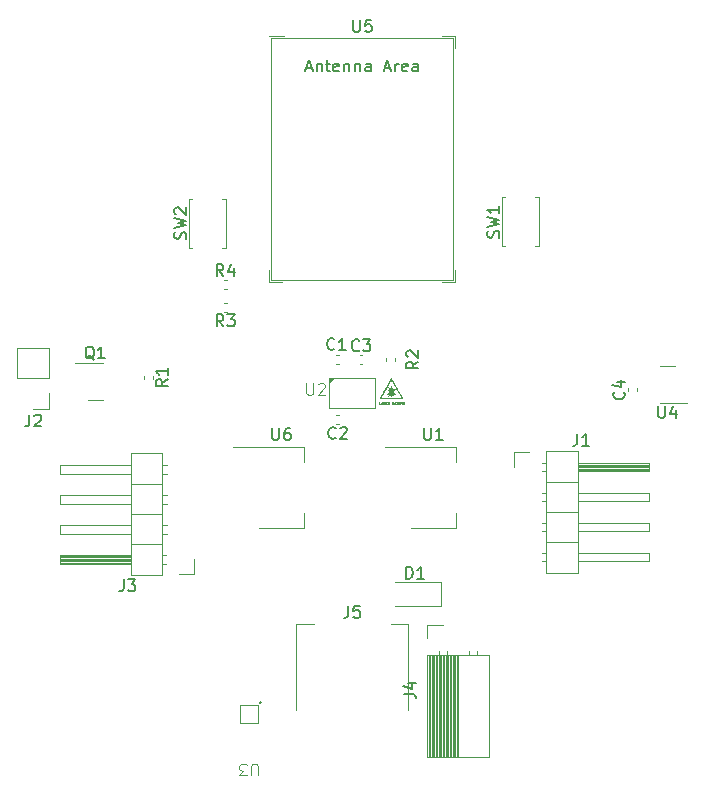
<source format=gbr>
%TF.GenerationSoftware,KiCad,Pcbnew,7.0.9-7.0.9~ubuntu22.04.1*%
%TF.CreationDate,2023-12-21T17:36:31+01:00*%
%TF.ProjectId,lidar 2 round,6c696461-7220-4322-9072-6f756e642e6b,rev?*%
%TF.SameCoordinates,Original*%
%TF.FileFunction,Legend,Top*%
%TF.FilePolarity,Positive*%
%FSLAX46Y46*%
G04 Gerber Fmt 4.6, Leading zero omitted, Abs format (unit mm)*
G04 Created by KiCad (PCBNEW 7.0.9-7.0.9~ubuntu22.04.1) date 2023-12-21 17:36:31*
%MOMM*%
%LPD*%
G01*
G04 APERTURE LIST*
%ADD10C,0.150000*%
%ADD11C,0.100000*%
%ADD12C,0.050000*%
%ADD13C,0.120000*%
%ADD14C,0.200000*%
G04 APERTURE END LIST*
D10*
X161994711Y-99896667D02*
X162042331Y-99944286D01*
X162042331Y-99944286D02*
X162089950Y-100087143D01*
X162089950Y-100087143D02*
X162089950Y-100182381D01*
X162089950Y-100182381D02*
X162042331Y-100325238D01*
X162042331Y-100325238D02*
X161947092Y-100420476D01*
X161947092Y-100420476D02*
X161851854Y-100468095D01*
X161851854Y-100468095D02*
X161661378Y-100515714D01*
X161661378Y-100515714D02*
X161518521Y-100515714D01*
X161518521Y-100515714D02*
X161328045Y-100468095D01*
X161328045Y-100468095D02*
X161232807Y-100420476D01*
X161232807Y-100420476D02*
X161137569Y-100325238D01*
X161137569Y-100325238D02*
X161089950Y-100182381D01*
X161089950Y-100182381D02*
X161089950Y-100087143D01*
X161089950Y-100087143D02*
X161137569Y-99944286D01*
X161137569Y-99944286D02*
X161185188Y-99896667D01*
X161423283Y-99039524D02*
X162089950Y-99039524D01*
X161042331Y-99277619D02*
X161756616Y-99515714D01*
X161756616Y-99515714D02*
X161756616Y-98896667D01*
X124907200Y-86933332D02*
X124954819Y-86790475D01*
X124954819Y-86790475D02*
X124954819Y-86552380D01*
X124954819Y-86552380D02*
X124907200Y-86457142D01*
X124907200Y-86457142D02*
X124859580Y-86409523D01*
X124859580Y-86409523D02*
X124764342Y-86361904D01*
X124764342Y-86361904D02*
X124669104Y-86361904D01*
X124669104Y-86361904D02*
X124573866Y-86409523D01*
X124573866Y-86409523D02*
X124526247Y-86457142D01*
X124526247Y-86457142D02*
X124478628Y-86552380D01*
X124478628Y-86552380D02*
X124431009Y-86742856D01*
X124431009Y-86742856D02*
X124383390Y-86838094D01*
X124383390Y-86838094D02*
X124335771Y-86885713D01*
X124335771Y-86885713D02*
X124240533Y-86933332D01*
X124240533Y-86933332D02*
X124145295Y-86933332D01*
X124145295Y-86933332D02*
X124050057Y-86885713D01*
X124050057Y-86885713D02*
X124002438Y-86838094D01*
X124002438Y-86838094D02*
X123954819Y-86742856D01*
X123954819Y-86742856D02*
X123954819Y-86504761D01*
X123954819Y-86504761D02*
X124002438Y-86361904D01*
X123954819Y-86028570D02*
X124954819Y-85790475D01*
X124954819Y-85790475D02*
X124240533Y-85599999D01*
X124240533Y-85599999D02*
X124954819Y-85409523D01*
X124954819Y-85409523D02*
X123954819Y-85171428D01*
X124050057Y-84838094D02*
X124002438Y-84790475D01*
X124002438Y-84790475D02*
X123954819Y-84695237D01*
X123954819Y-84695237D02*
X123954819Y-84457142D01*
X123954819Y-84457142D02*
X124002438Y-84361904D01*
X124002438Y-84361904D02*
X124050057Y-84314285D01*
X124050057Y-84314285D02*
X124145295Y-84266666D01*
X124145295Y-84266666D02*
X124240533Y-84266666D01*
X124240533Y-84266666D02*
X124383390Y-84314285D01*
X124383390Y-84314285D02*
X124954819Y-84885713D01*
X124954819Y-84885713D02*
X124954819Y-84266666D01*
X139088095Y-68404819D02*
X139088095Y-69214342D01*
X139088095Y-69214342D02*
X139135714Y-69309580D01*
X139135714Y-69309580D02*
X139183333Y-69357200D01*
X139183333Y-69357200D02*
X139278571Y-69404819D01*
X139278571Y-69404819D02*
X139469047Y-69404819D01*
X139469047Y-69404819D02*
X139564285Y-69357200D01*
X139564285Y-69357200D02*
X139611904Y-69309580D01*
X139611904Y-69309580D02*
X139659523Y-69214342D01*
X139659523Y-69214342D02*
X139659523Y-68404819D01*
X140611904Y-68404819D02*
X140135714Y-68404819D01*
X140135714Y-68404819D02*
X140088095Y-68881009D01*
X140088095Y-68881009D02*
X140135714Y-68833390D01*
X140135714Y-68833390D02*
X140230952Y-68785771D01*
X140230952Y-68785771D02*
X140469047Y-68785771D01*
X140469047Y-68785771D02*
X140564285Y-68833390D01*
X140564285Y-68833390D02*
X140611904Y-68881009D01*
X140611904Y-68881009D02*
X140659523Y-68976247D01*
X140659523Y-68976247D02*
X140659523Y-69214342D01*
X140659523Y-69214342D02*
X140611904Y-69309580D01*
X140611904Y-69309580D02*
X140564285Y-69357200D01*
X140564285Y-69357200D02*
X140469047Y-69404819D01*
X140469047Y-69404819D02*
X140230952Y-69404819D01*
X140230952Y-69404819D02*
X140135714Y-69357200D01*
X140135714Y-69357200D02*
X140088095Y-69309580D01*
X135088094Y-72469104D02*
X135564284Y-72469104D01*
X134992856Y-72754819D02*
X135326189Y-71754819D01*
X135326189Y-71754819D02*
X135659522Y-72754819D01*
X135992856Y-72088152D02*
X135992856Y-72754819D01*
X135992856Y-72183390D02*
X136040475Y-72135771D01*
X136040475Y-72135771D02*
X136135713Y-72088152D01*
X136135713Y-72088152D02*
X136278570Y-72088152D01*
X136278570Y-72088152D02*
X136373808Y-72135771D01*
X136373808Y-72135771D02*
X136421427Y-72231009D01*
X136421427Y-72231009D02*
X136421427Y-72754819D01*
X136754761Y-72088152D02*
X137135713Y-72088152D01*
X136897618Y-71754819D02*
X136897618Y-72611961D01*
X136897618Y-72611961D02*
X136945237Y-72707200D01*
X136945237Y-72707200D02*
X137040475Y-72754819D01*
X137040475Y-72754819D02*
X137135713Y-72754819D01*
X137849999Y-72707200D02*
X137754761Y-72754819D01*
X137754761Y-72754819D02*
X137564285Y-72754819D01*
X137564285Y-72754819D02*
X137469047Y-72707200D01*
X137469047Y-72707200D02*
X137421428Y-72611961D01*
X137421428Y-72611961D02*
X137421428Y-72231009D01*
X137421428Y-72231009D02*
X137469047Y-72135771D01*
X137469047Y-72135771D02*
X137564285Y-72088152D01*
X137564285Y-72088152D02*
X137754761Y-72088152D01*
X137754761Y-72088152D02*
X137849999Y-72135771D01*
X137849999Y-72135771D02*
X137897618Y-72231009D01*
X137897618Y-72231009D02*
X137897618Y-72326247D01*
X137897618Y-72326247D02*
X137421428Y-72421485D01*
X138326190Y-72088152D02*
X138326190Y-72754819D01*
X138326190Y-72183390D02*
X138373809Y-72135771D01*
X138373809Y-72135771D02*
X138469047Y-72088152D01*
X138469047Y-72088152D02*
X138611904Y-72088152D01*
X138611904Y-72088152D02*
X138707142Y-72135771D01*
X138707142Y-72135771D02*
X138754761Y-72231009D01*
X138754761Y-72231009D02*
X138754761Y-72754819D01*
X139230952Y-72088152D02*
X139230952Y-72754819D01*
X139230952Y-72183390D02*
X139278571Y-72135771D01*
X139278571Y-72135771D02*
X139373809Y-72088152D01*
X139373809Y-72088152D02*
X139516666Y-72088152D01*
X139516666Y-72088152D02*
X139611904Y-72135771D01*
X139611904Y-72135771D02*
X139659523Y-72231009D01*
X139659523Y-72231009D02*
X139659523Y-72754819D01*
X140564285Y-72754819D02*
X140564285Y-72231009D01*
X140564285Y-72231009D02*
X140516666Y-72135771D01*
X140516666Y-72135771D02*
X140421428Y-72088152D01*
X140421428Y-72088152D02*
X140230952Y-72088152D01*
X140230952Y-72088152D02*
X140135714Y-72135771D01*
X140564285Y-72707200D02*
X140469047Y-72754819D01*
X140469047Y-72754819D02*
X140230952Y-72754819D01*
X140230952Y-72754819D02*
X140135714Y-72707200D01*
X140135714Y-72707200D02*
X140088095Y-72611961D01*
X140088095Y-72611961D02*
X140088095Y-72516723D01*
X140088095Y-72516723D02*
X140135714Y-72421485D01*
X140135714Y-72421485D02*
X140230952Y-72373866D01*
X140230952Y-72373866D02*
X140469047Y-72373866D01*
X140469047Y-72373866D02*
X140564285Y-72326247D01*
X141754762Y-72469104D02*
X142230952Y-72469104D01*
X141659524Y-72754819D02*
X141992857Y-71754819D01*
X141992857Y-71754819D02*
X142326190Y-72754819D01*
X142659524Y-72754819D02*
X142659524Y-72088152D01*
X142659524Y-72278628D02*
X142707143Y-72183390D01*
X142707143Y-72183390D02*
X142754762Y-72135771D01*
X142754762Y-72135771D02*
X142850000Y-72088152D01*
X142850000Y-72088152D02*
X142945238Y-72088152D01*
X143659524Y-72707200D02*
X143564286Y-72754819D01*
X143564286Y-72754819D02*
X143373810Y-72754819D01*
X143373810Y-72754819D02*
X143278572Y-72707200D01*
X143278572Y-72707200D02*
X143230953Y-72611961D01*
X143230953Y-72611961D02*
X143230953Y-72231009D01*
X143230953Y-72231009D02*
X143278572Y-72135771D01*
X143278572Y-72135771D02*
X143373810Y-72088152D01*
X143373810Y-72088152D02*
X143564286Y-72088152D01*
X143564286Y-72088152D02*
X143659524Y-72135771D01*
X143659524Y-72135771D02*
X143707143Y-72231009D01*
X143707143Y-72231009D02*
X143707143Y-72326247D01*
X143707143Y-72326247D02*
X143230953Y-72421485D01*
X144564286Y-72754819D02*
X144564286Y-72231009D01*
X144564286Y-72231009D02*
X144516667Y-72135771D01*
X144516667Y-72135771D02*
X144421429Y-72088152D01*
X144421429Y-72088152D02*
X144230953Y-72088152D01*
X144230953Y-72088152D02*
X144135715Y-72135771D01*
X144564286Y-72707200D02*
X144469048Y-72754819D01*
X144469048Y-72754819D02*
X144230953Y-72754819D01*
X144230953Y-72754819D02*
X144135715Y-72707200D01*
X144135715Y-72707200D02*
X144088096Y-72611961D01*
X144088096Y-72611961D02*
X144088096Y-72516723D01*
X144088096Y-72516723D02*
X144135715Y-72421485D01*
X144135715Y-72421485D02*
X144230953Y-72373866D01*
X144230953Y-72373866D02*
X144469048Y-72373866D01*
X144469048Y-72373866D02*
X144564286Y-72326247D01*
X143394819Y-125463333D02*
X144109104Y-125463333D01*
X144109104Y-125463333D02*
X144251961Y-125510952D01*
X144251961Y-125510952D02*
X144347200Y-125606190D01*
X144347200Y-125606190D02*
X144394819Y-125749047D01*
X144394819Y-125749047D02*
X144394819Y-125844285D01*
X143728152Y-124558571D02*
X144394819Y-124558571D01*
X143347200Y-124796666D02*
X144061485Y-125034761D01*
X144061485Y-125034761D02*
X144061485Y-124415714D01*
X164925595Y-101104819D02*
X164925595Y-101914342D01*
X164925595Y-101914342D02*
X164973214Y-102009580D01*
X164973214Y-102009580D02*
X165020833Y-102057200D01*
X165020833Y-102057200D02*
X165116071Y-102104819D01*
X165116071Y-102104819D02*
X165306547Y-102104819D01*
X165306547Y-102104819D02*
X165401785Y-102057200D01*
X165401785Y-102057200D02*
X165449404Y-102009580D01*
X165449404Y-102009580D02*
X165497023Y-101914342D01*
X165497023Y-101914342D02*
X165497023Y-101104819D01*
X166401785Y-101438152D02*
X166401785Y-102104819D01*
X166163690Y-101057200D02*
X165925595Y-101771485D01*
X165925595Y-101771485D02*
X166544642Y-101771485D01*
X119656666Y-115774819D02*
X119656666Y-116489104D01*
X119656666Y-116489104D02*
X119609047Y-116631961D01*
X119609047Y-116631961D02*
X119513809Y-116727200D01*
X119513809Y-116727200D02*
X119370952Y-116774819D01*
X119370952Y-116774819D02*
X119275714Y-116774819D01*
X120037619Y-115774819D02*
X120656666Y-115774819D01*
X120656666Y-115774819D02*
X120323333Y-116155771D01*
X120323333Y-116155771D02*
X120466190Y-116155771D01*
X120466190Y-116155771D02*
X120561428Y-116203390D01*
X120561428Y-116203390D02*
X120609047Y-116251009D01*
X120609047Y-116251009D02*
X120656666Y-116346247D01*
X120656666Y-116346247D02*
X120656666Y-116584342D01*
X120656666Y-116584342D02*
X120609047Y-116679580D01*
X120609047Y-116679580D02*
X120561428Y-116727200D01*
X120561428Y-116727200D02*
X120466190Y-116774819D01*
X120466190Y-116774819D02*
X120180476Y-116774819D01*
X120180476Y-116774819D02*
X120085238Y-116727200D01*
X120085238Y-116727200D02*
X120037619Y-116679580D01*
X128103333Y-94334819D02*
X127770000Y-93858628D01*
X127531905Y-94334819D02*
X127531905Y-93334819D01*
X127531905Y-93334819D02*
X127912857Y-93334819D01*
X127912857Y-93334819D02*
X128008095Y-93382438D01*
X128008095Y-93382438D02*
X128055714Y-93430057D01*
X128055714Y-93430057D02*
X128103333Y-93525295D01*
X128103333Y-93525295D02*
X128103333Y-93668152D01*
X128103333Y-93668152D02*
X128055714Y-93763390D01*
X128055714Y-93763390D02*
X128008095Y-93811009D01*
X128008095Y-93811009D02*
X127912857Y-93858628D01*
X127912857Y-93858628D02*
X127531905Y-93858628D01*
X128436667Y-93334819D02*
X129055714Y-93334819D01*
X129055714Y-93334819D02*
X128722381Y-93715771D01*
X128722381Y-93715771D02*
X128865238Y-93715771D01*
X128865238Y-93715771D02*
X128960476Y-93763390D01*
X128960476Y-93763390D02*
X129008095Y-93811009D01*
X129008095Y-93811009D02*
X129055714Y-93906247D01*
X129055714Y-93906247D02*
X129055714Y-94144342D01*
X129055714Y-94144342D02*
X129008095Y-94239580D01*
X129008095Y-94239580D02*
X128960476Y-94287200D01*
X128960476Y-94287200D02*
X128865238Y-94334819D01*
X128865238Y-94334819D02*
X128579524Y-94334819D01*
X128579524Y-94334819D02*
X128484286Y-94287200D01*
X128484286Y-94287200D02*
X128436667Y-94239580D01*
X111666666Y-101809819D02*
X111666666Y-102524104D01*
X111666666Y-102524104D02*
X111619047Y-102666961D01*
X111619047Y-102666961D02*
X111523809Y-102762200D01*
X111523809Y-102762200D02*
X111380952Y-102809819D01*
X111380952Y-102809819D02*
X111285714Y-102809819D01*
X112095238Y-101905057D02*
X112142857Y-101857438D01*
X112142857Y-101857438D02*
X112238095Y-101809819D01*
X112238095Y-101809819D02*
X112476190Y-101809819D01*
X112476190Y-101809819D02*
X112571428Y-101857438D01*
X112571428Y-101857438D02*
X112619047Y-101905057D01*
X112619047Y-101905057D02*
X112666666Y-102000295D01*
X112666666Y-102000295D02*
X112666666Y-102095533D01*
X112666666Y-102095533D02*
X112619047Y-102238390D01*
X112619047Y-102238390D02*
X112047619Y-102809819D01*
X112047619Y-102809819D02*
X112666666Y-102809819D01*
D11*
X131029626Y-132368728D02*
X131029626Y-131559205D01*
X131029626Y-131559205D02*
X130982007Y-131463967D01*
X130982007Y-131463967D02*
X130934388Y-131416348D01*
X130934388Y-131416348D02*
X130839150Y-131368728D01*
X130839150Y-131368728D02*
X130648674Y-131368728D01*
X130648674Y-131368728D02*
X130553436Y-131416348D01*
X130553436Y-131416348D02*
X130505817Y-131463967D01*
X130505817Y-131463967D02*
X130458198Y-131559205D01*
X130458198Y-131559205D02*
X130458198Y-132368728D01*
X130077245Y-132368728D02*
X129458198Y-132368728D01*
X129458198Y-132368728D02*
X129791531Y-131987776D01*
X129791531Y-131987776D02*
X129648674Y-131987776D01*
X129648674Y-131987776D02*
X129553436Y-131940157D01*
X129553436Y-131940157D02*
X129505817Y-131892538D01*
X129505817Y-131892538D02*
X129458198Y-131797300D01*
X129458198Y-131797300D02*
X129458198Y-131559205D01*
X129458198Y-131559205D02*
X129505817Y-131463967D01*
X129505817Y-131463967D02*
X129553436Y-131416348D01*
X129553436Y-131416348D02*
X129648674Y-131368728D01*
X129648674Y-131368728D02*
X129934388Y-131368728D01*
X129934388Y-131368728D02*
X130029626Y-131416348D01*
X130029626Y-131416348D02*
X130077245Y-131463967D01*
D10*
X117154761Y-97150057D02*
X117059523Y-97102438D01*
X117059523Y-97102438D02*
X116964285Y-97007200D01*
X116964285Y-97007200D02*
X116821428Y-96864342D01*
X116821428Y-96864342D02*
X116726190Y-96816723D01*
X116726190Y-96816723D02*
X116630952Y-96816723D01*
X116678571Y-97054819D02*
X116583333Y-97007200D01*
X116583333Y-97007200D02*
X116488095Y-96911961D01*
X116488095Y-96911961D02*
X116440476Y-96721485D01*
X116440476Y-96721485D02*
X116440476Y-96388152D01*
X116440476Y-96388152D02*
X116488095Y-96197676D01*
X116488095Y-96197676D02*
X116583333Y-96102438D01*
X116583333Y-96102438D02*
X116678571Y-96054819D01*
X116678571Y-96054819D02*
X116869047Y-96054819D01*
X116869047Y-96054819D02*
X116964285Y-96102438D01*
X116964285Y-96102438D02*
X117059523Y-96197676D01*
X117059523Y-96197676D02*
X117107142Y-96388152D01*
X117107142Y-96388152D02*
X117107142Y-96721485D01*
X117107142Y-96721485D02*
X117059523Y-96911961D01*
X117059523Y-96911961D02*
X116964285Y-97007200D01*
X116964285Y-97007200D02*
X116869047Y-97054819D01*
X116869047Y-97054819D02*
X116678571Y-97054819D01*
X118059523Y-97054819D02*
X117488095Y-97054819D01*
X117773809Y-97054819D02*
X117773809Y-96054819D01*
X117773809Y-96054819D02*
X117678571Y-96197676D01*
X117678571Y-96197676D02*
X117583333Y-96292914D01*
X117583333Y-96292914D02*
X117488095Y-96340533D01*
X138676666Y-118004819D02*
X138676666Y-118719104D01*
X138676666Y-118719104D02*
X138629047Y-118861961D01*
X138629047Y-118861961D02*
X138533809Y-118957200D01*
X138533809Y-118957200D02*
X138390952Y-119004819D01*
X138390952Y-119004819D02*
X138295714Y-119004819D01*
X139629047Y-118004819D02*
X139152857Y-118004819D01*
X139152857Y-118004819D02*
X139105238Y-118481009D01*
X139105238Y-118481009D02*
X139152857Y-118433390D01*
X139152857Y-118433390D02*
X139248095Y-118385771D01*
X139248095Y-118385771D02*
X139486190Y-118385771D01*
X139486190Y-118385771D02*
X139581428Y-118433390D01*
X139581428Y-118433390D02*
X139629047Y-118481009D01*
X139629047Y-118481009D02*
X139676666Y-118576247D01*
X139676666Y-118576247D02*
X139676666Y-118814342D01*
X139676666Y-118814342D02*
X139629047Y-118909580D01*
X139629047Y-118909580D02*
X139581428Y-118957200D01*
X139581428Y-118957200D02*
X139486190Y-119004819D01*
X139486190Y-119004819D02*
X139248095Y-119004819D01*
X139248095Y-119004819D02*
X139152857Y-118957200D01*
X139152857Y-118957200D02*
X139105238Y-118909580D01*
X158051666Y-103434819D02*
X158051666Y-104149104D01*
X158051666Y-104149104D02*
X158004047Y-104291961D01*
X158004047Y-104291961D02*
X157908809Y-104387200D01*
X157908809Y-104387200D02*
X157765952Y-104434819D01*
X157765952Y-104434819D02*
X157670714Y-104434819D01*
X159051666Y-104434819D02*
X158480238Y-104434819D01*
X158765952Y-104434819D02*
X158765952Y-103434819D01*
X158765952Y-103434819D02*
X158670714Y-103577676D01*
X158670714Y-103577676D02*
X158575476Y-103672914D01*
X158575476Y-103672914D02*
X158480238Y-103720533D01*
X143562336Y-115692252D02*
X143562336Y-114692252D01*
X143562336Y-114692252D02*
X143800431Y-114692252D01*
X143800431Y-114692252D02*
X143943288Y-114739871D01*
X143943288Y-114739871D02*
X144038526Y-114835109D01*
X144038526Y-114835109D02*
X144086145Y-114930347D01*
X144086145Y-114930347D02*
X144133764Y-115120823D01*
X144133764Y-115120823D02*
X144133764Y-115263680D01*
X144133764Y-115263680D02*
X144086145Y-115454156D01*
X144086145Y-115454156D02*
X144038526Y-115549394D01*
X144038526Y-115549394D02*
X143943288Y-115644633D01*
X143943288Y-115644633D02*
X143800431Y-115692252D01*
X143800431Y-115692252D02*
X143562336Y-115692252D01*
X145086145Y-115692252D02*
X144514717Y-115692252D01*
X144800431Y-115692252D02*
X144800431Y-114692252D01*
X144800431Y-114692252D02*
X144705193Y-114835109D01*
X144705193Y-114835109D02*
X144609955Y-114930347D01*
X144609955Y-114930347D02*
X144514717Y-114977966D01*
X132238095Y-102954819D02*
X132238095Y-103764342D01*
X132238095Y-103764342D02*
X132285714Y-103859580D01*
X132285714Y-103859580D02*
X132333333Y-103907200D01*
X132333333Y-103907200D02*
X132428571Y-103954819D01*
X132428571Y-103954819D02*
X132619047Y-103954819D01*
X132619047Y-103954819D02*
X132714285Y-103907200D01*
X132714285Y-103907200D02*
X132761904Y-103859580D01*
X132761904Y-103859580D02*
X132809523Y-103764342D01*
X132809523Y-103764342D02*
X132809523Y-102954819D01*
X133714285Y-102954819D02*
X133523809Y-102954819D01*
X133523809Y-102954819D02*
X133428571Y-103002438D01*
X133428571Y-103002438D02*
X133380952Y-103050057D01*
X133380952Y-103050057D02*
X133285714Y-103192914D01*
X133285714Y-103192914D02*
X133238095Y-103383390D01*
X133238095Y-103383390D02*
X133238095Y-103764342D01*
X133238095Y-103764342D02*
X133285714Y-103859580D01*
X133285714Y-103859580D02*
X133333333Y-103907200D01*
X133333333Y-103907200D02*
X133428571Y-103954819D01*
X133428571Y-103954819D02*
X133619047Y-103954819D01*
X133619047Y-103954819D02*
X133714285Y-103907200D01*
X133714285Y-103907200D02*
X133761904Y-103859580D01*
X133761904Y-103859580D02*
X133809523Y-103764342D01*
X133809523Y-103764342D02*
X133809523Y-103526247D01*
X133809523Y-103526247D02*
X133761904Y-103431009D01*
X133761904Y-103431009D02*
X133714285Y-103383390D01*
X133714285Y-103383390D02*
X133619047Y-103335771D01*
X133619047Y-103335771D02*
X133428571Y-103335771D01*
X133428571Y-103335771D02*
X133333333Y-103383390D01*
X133333333Y-103383390D02*
X133285714Y-103431009D01*
X133285714Y-103431009D02*
X133238095Y-103526247D01*
X128103333Y-90089819D02*
X127770000Y-89613628D01*
X127531905Y-90089819D02*
X127531905Y-89089819D01*
X127531905Y-89089819D02*
X127912857Y-89089819D01*
X127912857Y-89089819D02*
X128008095Y-89137438D01*
X128008095Y-89137438D02*
X128055714Y-89185057D01*
X128055714Y-89185057D02*
X128103333Y-89280295D01*
X128103333Y-89280295D02*
X128103333Y-89423152D01*
X128103333Y-89423152D02*
X128055714Y-89518390D01*
X128055714Y-89518390D02*
X128008095Y-89566009D01*
X128008095Y-89566009D02*
X127912857Y-89613628D01*
X127912857Y-89613628D02*
X127531905Y-89613628D01*
X128960476Y-89423152D02*
X128960476Y-90089819D01*
X128722381Y-89042200D02*
X128484286Y-89756485D01*
X128484286Y-89756485D02*
X129103333Y-89756485D01*
X144599819Y-97321666D02*
X144123628Y-97654999D01*
X144599819Y-97893094D02*
X143599819Y-97893094D01*
X143599819Y-97893094D02*
X143599819Y-97512142D01*
X143599819Y-97512142D02*
X143647438Y-97416904D01*
X143647438Y-97416904D02*
X143695057Y-97369285D01*
X143695057Y-97369285D02*
X143790295Y-97321666D01*
X143790295Y-97321666D02*
X143933152Y-97321666D01*
X143933152Y-97321666D02*
X144028390Y-97369285D01*
X144028390Y-97369285D02*
X144076009Y-97416904D01*
X144076009Y-97416904D02*
X144123628Y-97512142D01*
X144123628Y-97512142D02*
X144123628Y-97893094D01*
X143695057Y-96940713D02*
X143647438Y-96893094D01*
X143647438Y-96893094D02*
X143599819Y-96797856D01*
X143599819Y-96797856D02*
X143599819Y-96559761D01*
X143599819Y-96559761D02*
X143647438Y-96464523D01*
X143647438Y-96464523D02*
X143695057Y-96416904D01*
X143695057Y-96416904D02*
X143790295Y-96369285D01*
X143790295Y-96369285D02*
X143885533Y-96369285D01*
X143885533Y-96369285D02*
X144028390Y-96416904D01*
X144028390Y-96416904D02*
X144599819Y-96988332D01*
X144599819Y-96988332D02*
X144599819Y-96369285D01*
D11*
X135128095Y-99152419D02*
X135128095Y-99961942D01*
X135128095Y-99961942D02*
X135175714Y-100057180D01*
X135175714Y-100057180D02*
X135223333Y-100104800D01*
X135223333Y-100104800D02*
X135318571Y-100152419D01*
X135318571Y-100152419D02*
X135509047Y-100152419D01*
X135509047Y-100152419D02*
X135604285Y-100104800D01*
X135604285Y-100104800D02*
X135651904Y-100057180D01*
X135651904Y-100057180D02*
X135699523Y-99961942D01*
X135699523Y-99961942D02*
X135699523Y-99152419D01*
X136128095Y-99247657D02*
X136175714Y-99200038D01*
X136175714Y-99200038D02*
X136270952Y-99152419D01*
X136270952Y-99152419D02*
X136509047Y-99152419D01*
X136509047Y-99152419D02*
X136604285Y-99200038D01*
X136604285Y-99200038D02*
X136651904Y-99247657D01*
X136651904Y-99247657D02*
X136699523Y-99342895D01*
X136699523Y-99342895D02*
X136699523Y-99438133D01*
X136699523Y-99438133D02*
X136651904Y-99580990D01*
X136651904Y-99580990D02*
X136080476Y-100152419D01*
X136080476Y-100152419D02*
X136699523Y-100152419D01*
D12*
X141390274Y-100957100D02*
X141295036Y-100957100D01*
X141295036Y-100957100D02*
X141295036Y-100757100D01*
X141447417Y-100899957D02*
X141542655Y-100899957D01*
X141428369Y-100957100D02*
X141495036Y-100757100D01*
X141495036Y-100757100D02*
X141561702Y-100957100D01*
X141618846Y-100947577D02*
X141647417Y-100957100D01*
X141647417Y-100957100D02*
X141695036Y-100957100D01*
X141695036Y-100957100D02*
X141714084Y-100947577D01*
X141714084Y-100947577D02*
X141723608Y-100938053D01*
X141723608Y-100938053D02*
X141733131Y-100919005D01*
X141733131Y-100919005D02*
X141733131Y-100899957D01*
X141733131Y-100899957D02*
X141723608Y-100880910D01*
X141723608Y-100880910D02*
X141714084Y-100871386D01*
X141714084Y-100871386D02*
X141695036Y-100861862D01*
X141695036Y-100861862D02*
X141656941Y-100852338D01*
X141656941Y-100852338D02*
X141637893Y-100842815D01*
X141637893Y-100842815D02*
X141628370Y-100833291D01*
X141628370Y-100833291D02*
X141618846Y-100814243D01*
X141618846Y-100814243D02*
X141618846Y-100795196D01*
X141618846Y-100795196D02*
X141628370Y-100776148D01*
X141628370Y-100776148D02*
X141637893Y-100766624D01*
X141637893Y-100766624D02*
X141656941Y-100757100D01*
X141656941Y-100757100D02*
X141704560Y-100757100D01*
X141704560Y-100757100D02*
X141733131Y-100766624D01*
X141818846Y-100852338D02*
X141885512Y-100852338D01*
X141914084Y-100957100D02*
X141818846Y-100957100D01*
X141818846Y-100957100D02*
X141818846Y-100757100D01*
X141818846Y-100757100D02*
X141914084Y-100757100D01*
X142114083Y-100957100D02*
X142047417Y-100861862D01*
X141999798Y-100957100D02*
X141999798Y-100757100D01*
X141999798Y-100757100D02*
X142075988Y-100757100D01*
X142075988Y-100757100D02*
X142095036Y-100766624D01*
X142095036Y-100766624D02*
X142104559Y-100776148D01*
X142104559Y-100776148D02*
X142114083Y-100795196D01*
X142114083Y-100795196D02*
X142114083Y-100823767D01*
X142114083Y-100823767D02*
X142104559Y-100842815D01*
X142104559Y-100842815D02*
X142095036Y-100852338D01*
X142095036Y-100852338D02*
X142075988Y-100861862D01*
X142075988Y-100861862D02*
X141999798Y-100861862D01*
X142352179Y-100957100D02*
X142352179Y-100757100D01*
X142352179Y-100852338D02*
X142466464Y-100852338D01*
X142466464Y-100957100D02*
X142466464Y-100757100D01*
X142552179Y-100899957D02*
X142647417Y-100899957D01*
X142533131Y-100957100D02*
X142599798Y-100757100D01*
X142599798Y-100757100D02*
X142666464Y-100957100D01*
X142714084Y-100757100D02*
X142847417Y-100757100D01*
X142847417Y-100757100D02*
X142714084Y-100957100D01*
X142714084Y-100957100D02*
X142847417Y-100957100D01*
X142914084Y-100899957D02*
X143009322Y-100899957D01*
X142895036Y-100957100D02*
X142961703Y-100757100D01*
X142961703Y-100757100D02*
X143028369Y-100957100D01*
X143209322Y-100957100D02*
X143142656Y-100861862D01*
X143095037Y-100957100D02*
X143095037Y-100757100D01*
X143095037Y-100757100D02*
X143171227Y-100757100D01*
X143171227Y-100757100D02*
X143190275Y-100766624D01*
X143190275Y-100766624D02*
X143199798Y-100776148D01*
X143199798Y-100776148D02*
X143209322Y-100795196D01*
X143209322Y-100795196D02*
X143209322Y-100823767D01*
X143209322Y-100823767D02*
X143199798Y-100842815D01*
X143199798Y-100842815D02*
X143190275Y-100852338D01*
X143190275Y-100852338D02*
X143171227Y-100861862D01*
X143171227Y-100861862D02*
X143095037Y-100861862D01*
X143295037Y-100957100D02*
X143295037Y-100757100D01*
X143295037Y-100757100D02*
X143342656Y-100757100D01*
X143342656Y-100757100D02*
X143371227Y-100766624D01*
X143371227Y-100766624D02*
X143390275Y-100785672D01*
X143390275Y-100785672D02*
X143399798Y-100804719D01*
X143399798Y-100804719D02*
X143409322Y-100842815D01*
X143409322Y-100842815D02*
X143409322Y-100871386D01*
X143409322Y-100871386D02*
X143399798Y-100909481D01*
X143399798Y-100909481D02*
X143390275Y-100928529D01*
X143390275Y-100928529D02*
X143371227Y-100947577D01*
X143371227Y-100947577D02*
X143342656Y-100957100D01*
X143342656Y-100957100D02*
X143295037Y-100957100D01*
D10*
X123374819Y-98829166D02*
X122898628Y-99162499D01*
X123374819Y-99400594D02*
X122374819Y-99400594D01*
X122374819Y-99400594D02*
X122374819Y-99019642D01*
X122374819Y-99019642D02*
X122422438Y-98924404D01*
X122422438Y-98924404D02*
X122470057Y-98876785D01*
X122470057Y-98876785D02*
X122565295Y-98829166D01*
X122565295Y-98829166D02*
X122708152Y-98829166D01*
X122708152Y-98829166D02*
X122803390Y-98876785D01*
X122803390Y-98876785D02*
X122851009Y-98924404D01*
X122851009Y-98924404D02*
X122898628Y-99019642D01*
X122898628Y-99019642D02*
X122898628Y-99400594D01*
X123374819Y-97876785D02*
X123374819Y-98448213D01*
X123374819Y-98162499D02*
X122374819Y-98162499D01*
X122374819Y-98162499D02*
X122517676Y-98257737D01*
X122517676Y-98257737D02*
X122612914Y-98352975D01*
X122612914Y-98352975D02*
X122660533Y-98448213D01*
X137494103Y-96248971D02*
X137446484Y-96296591D01*
X137446484Y-96296591D02*
X137303627Y-96344210D01*
X137303627Y-96344210D02*
X137208389Y-96344210D01*
X137208389Y-96344210D02*
X137065532Y-96296591D01*
X137065532Y-96296591D02*
X136970294Y-96201352D01*
X136970294Y-96201352D02*
X136922675Y-96106114D01*
X136922675Y-96106114D02*
X136875056Y-95915638D01*
X136875056Y-95915638D02*
X136875056Y-95772781D01*
X136875056Y-95772781D02*
X136922675Y-95582305D01*
X136922675Y-95582305D02*
X136970294Y-95487067D01*
X136970294Y-95487067D02*
X137065532Y-95391829D01*
X137065532Y-95391829D02*
X137208389Y-95344210D01*
X137208389Y-95344210D02*
X137303627Y-95344210D01*
X137303627Y-95344210D02*
X137446484Y-95391829D01*
X137446484Y-95391829D02*
X137494103Y-95439448D01*
X138446484Y-96344210D02*
X137875056Y-96344210D01*
X138160770Y-96344210D02*
X138160770Y-95344210D01*
X138160770Y-95344210D02*
X138065532Y-95487067D01*
X138065532Y-95487067D02*
X137970294Y-95582305D01*
X137970294Y-95582305D02*
X137875056Y-95629924D01*
X145088095Y-102954819D02*
X145088095Y-103764342D01*
X145088095Y-103764342D02*
X145135714Y-103859580D01*
X145135714Y-103859580D02*
X145183333Y-103907200D01*
X145183333Y-103907200D02*
X145278571Y-103954819D01*
X145278571Y-103954819D02*
X145469047Y-103954819D01*
X145469047Y-103954819D02*
X145564285Y-103907200D01*
X145564285Y-103907200D02*
X145611904Y-103859580D01*
X145611904Y-103859580D02*
X145659523Y-103764342D01*
X145659523Y-103764342D02*
X145659523Y-102954819D01*
X146659523Y-103954819D02*
X146088095Y-103954819D01*
X146373809Y-103954819D02*
X146373809Y-102954819D01*
X146373809Y-102954819D02*
X146278571Y-103097676D01*
X146278571Y-103097676D02*
X146183333Y-103192914D01*
X146183333Y-103192914D02*
X146088095Y-103240533D01*
X151407200Y-86833332D02*
X151454819Y-86690475D01*
X151454819Y-86690475D02*
X151454819Y-86452380D01*
X151454819Y-86452380D02*
X151407200Y-86357142D01*
X151407200Y-86357142D02*
X151359580Y-86309523D01*
X151359580Y-86309523D02*
X151264342Y-86261904D01*
X151264342Y-86261904D02*
X151169104Y-86261904D01*
X151169104Y-86261904D02*
X151073866Y-86309523D01*
X151073866Y-86309523D02*
X151026247Y-86357142D01*
X151026247Y-86357142D02*
X150978628Y-86452380D01*
X150978628Y-86452380D02*
X150931009Y-86642856D01*
X150931009Y-86642856D02*
X150883390Y-86738094D01*
X150883390Y-86738094D02*
X150835771Y-86785713D01*
X150835771Y-86785713D02*
X150740533Y-86833332D01*
X150740533Y-86833332D02*
X150645295Y-86833332D01*
X150645295Y-86833332D02*
X150550057Y-86785713D01*
X150550057Y-86785713D02*
X150502438Y-86738094D01*
X150502438Y-86738094D02*
X150454819Y-86642856D01*
X150454819Y-86642856D02*
X150454819Y-86404761D01*
X150454819Y-86404761D02*
X150502438Y-86261904D01*
X150454819Y-85928570D02*
X151454819Y-85690475D01*
X151454819Y-85690475D02*
X150740533Y-85499999D01*
X150740533Y-85499999D02*
X151454819Y-85309523D01*
X151454819Y-85309523D02*
X150454819Y-85071428D01*
X151454819Y-84166666D02*
X151454819Y-84738094D01*
X151454819Y-84452380D02*
X150454819Y-84452380D01*
X150454819Y-84452380D02*
X150597676Y-84547618D01*
X150597676Y-84547618D02*
X150692914Y-84642856D01*
X150692914Y-84642856D02*
X150740533Y-84738094D01*
X139603333Y-96354580D02*
X139555714Y-96402200D01*
X139555714Y-96402200D02*
X139412857Y-96449819D01*
X139412857Y-96449819D02*
X139317619Y-96449819D01*
X139317619Y-96449819D02*
X139174762Y-96402200D01*
X139174762Y-96402200D02*
X139079524Y-96306961D01*
X139079524Y-96306961D02*
X139031905Y-96211723D01*
X139031905Y-96211723D02*
X138984286Y-96021247D01*
X138984286Y-96021247D02*
X138984286Y-95878390D01*
X138984286Y-95878390D02*
X139031905Y-95687914D01*
X139031905Y-95687914D02*
X139079524Y-95592676D01*
X139079524Y-95592676D02*
X139174762Y-95497438D01*
X139174762Y-95497438D02*
X139317619Y-95449819D01*
X139317619Y-95449819D02*
X139412857Y-95449819D01*
X139412857Y-95449819D02*
X139555714Y-95497438D01*
X139555714Y-95497438D02*
X139603333Y-95545057D01*
X139936667Y-95449819D02*
X140555714Y-95449819D01*
X140555714Y-95449819D02*
X140222381Y-95830771D01*
X140222381Y-95830771D02*
X140365238Y-95830771D01*
X140365238Y-95830771D02*
X140460476Y-95878390D01*
X140460476Y-95878390D02*
X140508095Y-95926009D01*
X140508095Y-95926009D02*
X140555714Y-96021247D01*
X140555714Y-96021247D02*
X140555714Y-96259342D01*
X140555714Y-96259342D02*
X140508095Y-96354580D01*
X140508095Y-96354580D02*
X140460476Y-96402200D01*
X140460476Y-96402200D02*
X140365238Y-96449819D01*
X140365238Y-96449819D02*
X140079524Y-96449819D01*
X140079524Y-96449819D02*
X139984286Y-96402200D01*
X139984286Y-96402200D02*
X139936667Y-96354580D01*
X137603333Y-103769580D02*
X137555714Y-103817200D01*
X137555714Y-103817200D02*
X137412857Y-103864819D01*
X137412857Y-103864819D02*
X137317619Y-103864819D01*
X137317619Y-103864819D02*
X137174762Y-103817200D01*
X137174762Y-103817200D02*
X137079524Y-103721961D01*
X137079524Y-103721961D02*
X137031905Y-103626723D01*
X137031905Y-103626723D02*
X136984286Y-103436247D01*
X136984286Y-103436247D02*
X136984286Y-103293390D01*
X136984286Y-103293390D02*
X137031905Y-103102914D01*
X137031905Y-103102914D02*
X137079524Y-103007676D01*
X137079524Y-103007676D02*
X137174762Y-102912438D01*
X137174762Y-102912438D02*
X137317619Y-102864819D01*
X137317619Y-102864819D02*
X137412857Y-102864819D01*
X137412857Y-102864819D02*
X137555714Y-102912438D01*
X137555714Y-102912438D02*
X137603333Y-102960057D01*
X137984286Y-102960057D02*
X138031905Y-102912438D01*
X138031905Y-102912438D02*
X138127143Y-102864819D01*
X138127143Y-102864819D02*
X138365238Y-102864819D01*
X138365238Y-102864819D02*
X138460476Y-102912438D01*
X138460476Y-102912438D02*
X138508095Y-102960057D01*
X138508095Y-102960057D02*
X138555714Y-103055295D01*
X138555714Y-103055295D02*
X138555714Y-103150533D01*
X138555714Y-103150533D02*
X138508095Y-103293390D01*
X138508095Y-103293390D02*
X137936667Y-103864819D01*
X137936667Y-103864819D02*
X138555714Y-103864819D01*
D13*
%TO.C,C4*%
X163110000Y-99587164D02*
X163110000Y-99802836D01*
X162390000Y-99587164D02*
X162390000Y-99802836D01*
%TO.C,SW2*%
X125180000Y-87670000D02*
X125180000Y-83530000D01*
X125480000Y-87670000D02*
X125180000Y-87670000D01*
X128320000Y-87670000D02*
X128020000Y-87670000D01*
X125180000Y-83530000D02*
X125480000Y-83530000D01*
X128020000Y-83530000D02*
X128320000Y-83530000D01*
X128320000Y-83530000D02*
X128320000Y-87670000D01*
%TO.C,U5*%
X132000000Y-90600000D02*
X132000000Y-89550000D01*
X132150000Y-69950000D02*
X132150000Y-75050000D01*
X132150000Y-69950000D02*
X147550000Y-69950000D01*
X132150000Y-90450000D02*
X132150000Y-75050000D01*
X133050000Y-90600000D02*
X132000000Y-90600000D01*
X133200000Y-69800000D02*
X132000000Y-69800000D01*
X146650000Y-69800000D02*
X147700000Y-69800000D01*
X146650000Y-90600000D02*
X147700000Y-90600000D01*
X147550000Y-69950000D02*
X147550000Y-75050000D01*
X147550000Y-75050000D02*
X147550000Y-90450000D01*
X147550000Y-90450000D02*
X132150000Y-90450000D01*
X147700000Y-69800000D02*
X147700000Y-70800000D01*
X147700000Y-90600000D02*
X147700000Y-89550000D01*
%TO.C,J4*%
X145380000Y-130840000D02*
X150580000Y-130840000D01*
X145380000Y-130840000D02*
X145380000Y-122210000D01*
X145500000Y-130840000D02*
X145500000Y-122210000D01*
X145618095Y-130840000D02*
X145618095Y-122210000D01*
X145736190Y-130840000D02*
X145736190Y-122210000D01*
X145854285Y-130840000D02*
X145854285Y-122210000D01*
X145972380Y-130840000D02*
X145972380Y-122210000D01*
X146090475Y-130840000D02*
X146090475Y-122210000D01*
X146208570Y-130840000D02*
X146208570Y-122210000D01*
X146326665Y-130840000D02*
X146326665Y-122210000D01*
X146444760Y-130840000D02*
X146444760Y-122210000D01*
X146562855Y-130840000D02*
X146562855Y-122210000D01*
X146680950Y-130840000D02*
X146680950Y-122210000D01*
X146799045Y-130840000D02*
X146799045Y-122210000D01*
X146917140Y-130840000D02*
X146917140Y-122210000D01*
X147035235Y-130840000D02*
X147035235Y-122210000D01*
X147153330Y-130840000D02*
X147153330Y-122210000D01*
X147271425Y-130840000D02*
X147271425Y-122210000D01*
X147389520Y-130840000D02*
X147389520Y-122210000D01*
X147507615Y-130840000D02*
X147507615Y-122210000D01*
X147625710Y-130840000D02*
X147625710Y-122210000D01*
X147743805Y-130840000D02*
X147743805Y-122210000D01*
X147861900Y-130840000D02*
X147861900Y-122210000D01*
X147980000Y-130840000D02*
X147980000Y-122210000D01*
X150580000Y-130840000D02*
X150580000Y-122210000D01*
X145380000Y-122210000D02*
X150580000Y-122210000D01*
X146350000Y-122210000D02*
X146350000Y-121860000D01*
X147070000Y-122210000D02*
X147070000Y-121860000D01*
X148890000Y-122210000D02*
X148890000Y-121800000D01*
X149610000Y-122210000D02*
X149610000Y-121800000D01*
X145380000Y-120750000D02*
X145380000Y-119640000D01*
X145380000Y-119640000D02*
X146710000Y-119640000D01*
%TO.C,U4*%
X165687500Y-100810000D02*
X167362500Y-100810000D01*
X165687500Y-100810000D02*
X165037500Y-100810000D01*
X165687500Y-97690000D02*
X166337500Y-97690000D01*
X165687500Y-97690000D02*
X165037500Y-97690000D01*
%TO.C,J3*%
X125645000Y-115320000D02*
X124375000Y-115320000D01*
X125645000Y-114050000D02*
X125645000Y-115320000D01*
X123332071Y-111890000D02*
X122935000Y-111890000D01*
X123332071Y-111130000D02*
X122935000Y-111130000D01*
X123332071Y-109350000D02*
X122935000Y-109350000D01*
X123332071Y-108590000D02*
X122935000Y-108590000D01*
X123332071Y-106810000D02*
X122935000Y-106810000D01*
X123332071Y-106050000D02*
X122935000Y-106050000D01*
X123265000Y-114430000D02*
X122935000Y-114430000D01*
X123265000Y-113670000D02*
X122935000Y-113670000D01*
X122935000Y-115380000D02*
X122935000Y-105100000D01*
X122935000Y-112780000D02*
X120275000Y-112780000D01*
X122935000Y-110240000D02*
X120275000Y-110240000D01*
X122935000Y-107700000D02*
X120275000Y-107700000D01*
X122935000Y-105100000D02*
X120275000Y-105100000D01*
X120275000Y-115380000D02*
X122935000Y-115380000D01*
X120275000Y-114430000D02*
X114275000Y-114430000D01*
X120275000Y-114370000D02*
X114275000Y-114370000D01*
X120275000Y-114250000D02*
X114275000Y-114250000D01*
X120275000Y-114130000D02*
X114275000Y-114130000D01*
X120275000Y-114010000D02*
X114275000Y-114010000D01*
X120275000Y-113890000D02*
X114275000Y-113890000D01*
X120275000Y-113770000D02*
X114275000Y-113770000D01*
X120275000Y-111890000D02*
X114275000Y-111890000D01*
X120275000Y-109350000D02*
X114275000Y-109350000D01*
X120275000Y-106810000D02*
X114275000Y-106810000D01*
X120275000Y-105100000D02*
X120275000Y-115380000D01*
X114275000Y-114430000D02*
X114275000Y-113670000D01*
X114275000Y-113670000D02*
X120275000Y-113670000D01*
X114275000Y-111890000D02*
X114275000Y-111130000D01*
X114275000Y-111130000D02*
X120275000Y-111130000D01*
X114275000Y-109350000D02*
X114275000Y-108590000D01*
X114275000Y-108590000D02*
X120275000Y-108590000D01*
X114275000Y-106810000D02*
X114275000Y-106050000D01*
X114275000Y-106050000D02*
X120275000Y-106050000D01*
%TO.C,R3*%
X128423641Y-93090000D02*
X128116359Y-93090000D01*
X128423641Y-92330000D02*
X128116359Y-92330000D01*
%TO.C,J2*%
X113330000Y-101355000D02*
X112000000Y-101355000D01*
X113330000Y-100025000D02*
X113330000Y-101355000D01*
X113330000Y-98755000D02*
X113330000Y-96155000D01*
X113330000Y-98755000D02*
X110670000Y-98755000D01*
X113330000Y-96155000D02*
X110670000Y-96155000D01*
X110670000Y-98755000D02*
X110670000Y-96155000D01*
D11*
%TO.C,U3*%
X131017722Y-127926148D02*
X129517722Y-127926148D01*
X129517722Y-127926148D02*
X129517722Y-126426148D01*
X129517722Y-126426148D02*
X131017722Y-126426148D01*
X131017722Y-126426148D02*
X131017722Y-127926148D01*
D14*
X131288433Y-126226148D02*
G75*
G03*
X131288433Y-126226148I-70711J0D01*
G01*
D13*
%TO.C,Q1*%
X117250000Y-97440000D02*
X115575000Y-97440000D01*
X117250000Y-97440000D02*
X117900000Y-97440000D01*
X117250000Y-100560000D02*
X116600000Y-100560000D01*
X117250000Y-100560000D02*
X117900000Y-100560000D01*
%TO.C,J5*%
X134260000Y-119540000D02*
X134260000Y-126800000D01*
X134260000Y-119540000D02*
X135760000Y-119540000D01*
X142260000Y-119540000D02*
X143760000Y-119540000D01*
X143760000Y-119540000D02*
X143760000Y-126800000D01*
%TO.C,J1*%
X152730000Y-104980000D02*
X154000000Y-104980000D01*
X152730000Y-106250000D02*
X152730000Y-104980000D01*
X155042929Y-108410000D02*
X155440000Y-108410000D01*
X155042929Y-109170000D02*
X155440000Y-109170000D01*
X155042929Y-110950000D02*
X155440000Y-110950000D01*
X155042929Y-111710000D02*
X155440000Y-111710000D01*
X155042929Y-113490000D02*
X155440000Y-113490000D01*
X155042929Y-114250000D02*
X155440000Y-114250000D01*
X155110000Y-105870000D02*
X155440000Y-105870000D01*
X155110000Y-106630000D02*
X155440000Y-106630000D01*
X155440000Y-104920000D02*
X155440000Y-115200000D01*
X155440000Y-107520000D02*
X158100000Y-107520000D01*
X155440000Y-110060000D02*
X158100000Y-110060000D01*
X155440000Y-112600000D02*
X158100000Y-112600000D01*
X155440000Y-115200000D02*
X158100000Y-115200000D01*
X158100000Y-104920000D02*
X155440000Y-104920000D01*
X158100000Y-105870000D02*
X164100000Y-105870000D01*
X158100000Y-105930000D02*
X164100000Y-105930000D01*
X158100000Y-106050000D02*
X164100000Y-106050000D01*
X158100000Y-106170000D02*
X164100000Y-106170000D01*
X158100000Y-106290000D02*
X164100000Y-106290000D01*
X158100000Y-106410000D02*
X164100000Y-106410000D01*
X158100000Y-106530000D02*
X164100000Y-106530000D01*
X158100000Y-108410000D02*
X164100000Y-108410000D01*
X158100000Y-110950000D02*
X164100000Y-110950000D01*
X158100000Y-113490000D02*
X164100000Y-113490000D01*
X158100000Y-115200000D02*
X158100000Y-104920000D01*
X164100000Y-105870000D02*
X164100000Y-106630000D01*
X164100000Y-106630000D02*
X158100000Y-106630000D01*
X164100000Y-108410000D02*
X164100000Y-109170000D01*
X164100000Y-109170000D02*
X158100000Y-109170000D01*
X164100000Y-110950000D02*
X164100000Y-111710000D01*
X164100000Y-111710000D02*
X158100000Y-111710000D01*
X164100000Y-113490000D02*
X164100000Y-114250000D01*
X164100000Y-114250000D02*
X158100000Y-114250000D01*
%TO.C,D1*%
X146500000Y-118000000D02*
X146500000Y-116000000D01*
X146500000Y-118000000D02*
X142600000Y-118000000D01*
X146500000Y-116000000D02*
X142600000Y-116000000D01*
%TO.C,U6*%
X128900000Y-104590000D02*
X134910000Y-104590000D01*
X131150000Y-111410000D02*
X134910000Y-111410000D01*
X134910000Y-104590000D02*
X134910000Y-105850000D01*
X134910000Y-111410000D02*
X134910000Y-110150000D01*
%TO.C,R4*%
X128116359Y-90425000D02*
X128423641Y-90425000D01*
X128116359Y-91185000D02*
X128423641Y-91185000D01*
%TO.C,R2*%
X141860000Y-97308641D02*
X141860000Y-97001359D01*
X142620000Y-97308641D02*
X142620000Y-97001359D01*
D11*
%TO.C,U2*%
X137022392Y-98706470D02*
X140920508Y-98706470D01*
X140920508Y-98706470D02*
X140920508Y-101246470D01*
X140920508Y-101246470D02*
X137022392Y-101246470D01*
X137022392Y-101246470D02*
X137022392Y-98706470D01*
X137026857Y-99176470D02*
X137026857Y-99006470D01*
X137022392Y-98706470D01*
X137506857Y-98706470D01*
X137026857Y-99176470D01*
G36*
X137026857Y-99176470D02*
G01*
X137026857Y-99006470D01*
X137022392Y-98706470D01*
X137506857Y-98706470D01*
X137026857Y-99176470D01*
G37*
G36*
X142357972Y-98739111D02*
G01*
X142363148Y-98742871D01*
X142367973Y-98749967D01*
X142379023Y-98768035D01*
X142395915Y-98796411D01*
X142418268Y-98834434D01*
X142445698Y-98881442D01*
X142477823Y-98936772D01*
X142514260Y-98999763D01*
X142554628Y-99069751D01*
X142598543Y-99146076D01*
X142645623Y-99228074D01*
X142695485Y-99315084D01*
X142747747Y-99406442D01*
X142802026Y-99501488D01*
X142852222Y-99589521D01*
X142918918Y-99706575D01*
X142979295Y-99812567D01*
X143033649Y-99908067D01*
X143082272Y-99993642D01*
X143125459Y-100069861D01*
X143163505Y-100137295D01*
X143196702Y-100196511D01*
X143225346Y-100248079D01*
X143249731Y-100292566D01*
X143270149Y-100330543D01*
X143286897Y-100362578D01*
X143300267Y-100389240D01*
X143310555Y-100411098D01*
X143318053Y-100428720D01*
X143323056Y-100442676D01*
X143325858Y-100453534D01*
X143326754Y-100461864D01*
X143326037Y-100468233D01*
X143324002Y-100473212D01*
X143320942Y-100477369D01*
X143317152Y-100481272D01*
X143314568Y-100483811D01*
X143312568Y-100485642D01*
X143309977Y-100487298D01*
X143306148Y-100488787D01*
X143300429Y-100490119D01*
X143292173Y-100491302D01*
X143280730Y-100492345D01*
X143265451Y-100493258D01*
X143245686Y-100494047D01*
X143220787Y-100494724D01*
X143190103Y-100495295D01*
X143152987Y-100495771D01*
X143108788Y-100496160D01*
X143056857Y-100496470D01*
X142996546Y-100496711D01*
X142927205Y-100496891D01*
X142848185Y-100497019D01*
X142758836Y-100497104D01*
X142658510Y-100497155D01*
X142546557Y-100497181D01*
X142422328Y-100497189D01*
X142327868Y-100497190D01*
X142194673Y-100497188D01*
X142074208Y-100497175D01*
X141965824Y-100497143D01*
X141868872Y-100497083D01*
X141782701Y-100496985D01*
X141706663Y-100496843D01*
X141640109Y-100496645D01*
X141582390Y-100496384D01*
X141532856Y-100496051D01*
X141490857Y-100495637D01*
X141455746Y-100495134D01*
X141426873Y-100494531D01*
X141403587Y-100493822D01*
X141385241Y-100492996D01*
X141371185Y-100492046D01*
X141360770Y-100490961D01*
X141353346Y-100489734D01*
X141348265Y-100488356D01*
X141344877Y-100486817D01*
X141342533Y-100485110D01*
X141341167Y-100483811D01*
X141337073Y-100479780D01*
X141333526Y-100475847D01*
X141330821Y-100471444D01*
X141329253Y-100466003D01*
X141329116Y-100458954D01*
X141330703Y-100449729D01*
X141334309Y-100437758D01*
X141340227Y-100422474D01*
X141348753Y-100403306D01*
X141357540Y-100385141D01*
X141477110Y-100385141D01*
X141483298Y-100385762D01*
X141502076Y-100386361D01*
X141532655Y-100386933D01*
X141574245Y-100387474D01*
X141626058Y-100387978D01*
X141687304Y-100388442D01*
X141757194Y-100388861D01*
X141834939Y-100389229D01*
X141919749Y-100389543D01*
X142010837Y-100389797D01*
X142107411Y-100389988D01*
X142208684Y-100390109D01*
X142313867Y-100390158D01*
X142327860Y-100390158D01*
X143181552Y-100390158D01*
X143159424Y-100351354D01*
X143150742Y-100336082D01*
X143136453Y-100310891D01*
X143117536Y-100277511D01*
X143094970Y-100237668D01*
X143069733Y-100193090D01*
X143042804Y-100145505D01*
X143026919Y-100117428D01*
X142916543Y-99922307D01*
X142705824Y-99922559D01*
X142495105Y-99922812D01*
X142563923Y-99939706D01*
X142594458Y-99947401D01*
X142614087Y-99953160D01*
X142624945Y-99958020D01*
X142629172Y-99963021D01*
X142628904Y-99969200D01*
X142628394Y-99971022D01*
X142622998Y-99984723D01*
X142619463Y-99990445D01*
X142611559Y-99990657D01*
X142593866Y-99987261D01*
X142569282Y-99980896D01*
X142549477Y-99975002D01*
X142521364Y-99966664D01*
X142497724Y-99960487D01*
X142481630Y-99957227D01*
X142476563Y-99957062D01*
X142479930Y-99960733D01*
X142493596Y-99969582D01*
X142515956Y-99982677D01*
X142545405Y-99999090D01*
X142580337Y-100017889D01*
X142593516Y-100024837D01*
X142639370Y-100048852D01*
X142674670Y-100067468D01*
X142700644Y-100081624D01*
X142718520Y-100092262D01*
X142729525Y-100100321D01*
X142734887Y-100106742D01*
X142735834Y-100112465D01*
X142733594Y-100118430D01*
X142729394Y-100125578D01*
X142728058Y-100127877D01*
X142718523Y-100141207D01*
X142710422Y-100146921D01*
X142709169Y-100146790D01*
X142701751Y-100142620D01*
X142684753Y-100132392D01*
X142659915Y-100117178D01*
X142628979Y-100098046D01*
X142593688Y-100076065D01*
X142578945Y-100066841D01*
X142542731Y-100044382D01*
X142510422Y-100024772D01*
X142483688Y-100008991D01*
X142464201Y-99998018D01*
X142453633Y-99992833D01*
X142452256Y-99992616D01*
X142455591Y-99998108D01*
X142467020Y-100010676D01*
X142484720Y-100028415D01*
X142505508Y-100048164D01*
X142529772Y-100071049D01*
X142545342Y-100086927D01*
X142553572Y-100097618D01*
X142555822Y-100104942D01*
X142553449Y-100110720D01*
X142552776Y-100111568D01*
X142541661Y-100120577D01*
X142535114Y-100122579D01*
X142527161Y-100118026D01*
X142512420Y-100105732D01*
X142493221Y-100087743D01*
X142477950Y-100072416D01*
X142457673Y-100052039D01*
X142440945Y-100036232D01*
X142429812Y-100026868D01*
X142426356Y-100025205D01*
X142428880Y-100031473D01*
X142437594Y-100047372D01*
X142451517Y-100071237D01*
X142469671Y-100101404D01*
X142491076Y-100136207D01*
X142501063Y-100152226D01*
X142523759Y-100188726D01*
X142543839Y-100221483D01*
X142560277Y-100248783D01*
X142572045Y-100268913D01*
X142578118Y-100280161D01*
X142578723Y-100281816D01*
X142573277Y-100287985D01*
X142559797Y-100296283D01*
X142555924Y-100298211D01*
X142533124Y-100309083D01*
X142465206Y-100179181D01*
X142439261Y-100130012D01*
X142418796Y-100092296D01*
X142403462Y-100065445D01*
X142392908Y-100048870D01*
X142386781Y-100041985D01*
X142384730Y-100044199D01*
X142384728Y-100044432D01*
X142386575Y-100051646D01*
X142391562Y-100068812D01*
X142398854Y-100093102D01*
X142404975Y-100113123D01*
X142413149Y-100141473D01*
X142419057Y-100165505D01*
X142421986Y-100182090D01*
X142421908Y-100187530D01*
X142413419Y-100194170D01*
X142402211Y-100196163D01*
X142394531Y-100195246D01*
X142388775Y-100190910D01*
X142383810Y-100180778D01*
X142378502Y-100162474D01*
X142371719Y-100133622D01*
X142371113Y-100130941D01*
X142364254Y-100102114D01*
X142357760Y-100077588D01*
X142352560Y-100060734D01*
X142350432Y-100055684D01*
X142348883Y-100058891D01*
X142347910Y-100073277D01*
X142347474Y-100096654D01*
X142347536Y-100126834D01*
X142348057Y-100161633D01*
X142348996Y-100198862D01*
X142350315Y-100236335D01*
X142351974Y-100271864D01*
X142353935Y-100303264D01*
X142355151Y-100318246D01*
X142358635Y-100356711D01*
X142327868Y-100356711D01*
X142297100Y-100356711D01*
X142300584Y-100318246D01*
X142302696Y-100290119D01*
X142304529Y-100256636D01*
X142306044Y-100219984D01*
X142307201Y-100182349D01*
X142307961Y-100145918D01*
X142308285Y-100112879D01*
X142308133Y-100085417D01*
X142307466Y-100065721D01*
X142306245Y-100055977D01*
X142305303Y-100055684D01*
X142301335Y-100066258D01*
X142295513Y-100086545D01*
X142288764Y-100113173D01*
X142284622Y-100130941D01*
X142277681Y-100160688D01*
X142272301Y-100179708D01*
X142267349Y-100190375D01*
X142261693Y-100195067D01*
X142254198Y-100196160D01*
X142253524Y-100196163D01*
X142239722Y-100193032D01*
X142233827Y-100187530D01*
X142234312Y-100177829D01*
X142238262Y-100158544D01*
X142244966Y-100132805D01*
X142250760Y-100113123D01*
X142259185Y-100085488D01*
X142265894Y-100062973D01*
X142270056Y-100048404D01*
X142271007Y-100044432D01*
X142269092Y-100041912D01*
X142263112Y-100048473D01*
X142252716Y-100064702D01*
X142237554Y-100091188D01*
X142217273Y-100128517D01*
X142191523Y-100177279D01*
X142190529Y-100179181D01*
X142122611Y-100309083D01*
X142099811Y-100298211D01*
X142085064Y-100289859D01*
X142077343Y-100282912D01*
X142077012Y-100281816D01*
X142080415Y-100274765D01*
X142089941Y-100258119D01*
X142104563Y-100233590D01*
X142123254Y-100202894D01*
X142144987Y-100167741D01*
X142154672Y-100152226D01*
X142177177Y-100115938D01*
X142196853Y-100083568D01*
X142212720Y-100056782D01*
X142223800Y-100037244D01*
X142229112Y-100026619D01*
X142229379Y-100025205D01*
X142223830Y-100028460D01*
X142211141Y-100039571D01*
X142193358Y-100056667D01*
X142177785Y-100072416D01*
X142156822Y-100093237D01*
X142138637Y-100109838D01*
X142125561Y-100120170D01*
X142120621Y-100122579D01*
X142109746Y-100117879D01*
X142102959Y-100111568D01*
X142100007Y-100105865D01*
X142101476Y-100098889D01*
X142108721Y-100088821D01*
X142123100Y-100073839D01*
X142145971Y-100052123D01*
X142150227Y-100048164D01*
X142172167Y-100027292D01*
X142189556Y-100009798D01*
X142200571Y-99997584D01*
X142203479Y-99992616D01*
X142197152Y-99995081D01*
X142181204Y-100003744D01*
X142157309Y-100017626D01*
X142127136Y-100035748D01*
X142092357Y-100057131D01*
X142076790Y-100066841D01*
X142040259Y-100089652D01*
X142007397Y-100110036D01*
X141979945Y-100126925D01*
X141959644Y-100139248D01*
X141948238Y-100145936D01*
X141946566Y-100146790D01*
X141939282Y-100143279D01*
X141929755Y-100131344D01*
X141927677Y-100127877D01*
X141923153Y-100120239D01*
X141920251Y-100114042D01*
X141920199Y-100108346D01*
X141924224Y-100102211D01*
X141933554Y-100094697D01*
X141949416Y-100084862D01*
X141973040Y-100071768D01*
X142005651Y-100054473D01*
X142048478Y-100032038D01*
X142062219Y-100024837D01*
X142098687Y-100005423D01*
X142130230Y-99988073D01*
X142155245Y-99973715D01*
X142172126Y-99963279D01*
X142179267Y-99957697D01*
X142179172Y-99957062D01*
X142169963Y-99957907D01*
X142151119Y-99962183D01*
X142125713Y-99969134D01*
X142106258Y-99975002D01*
X142078568Y-99983068D01*
X142055737Y-99988614D01*
X142040662Y-99991000D01*
X142036272Y-99990445D01*
X142030780Y-99980469D01*
X142027352Y-99971056D01*
X142026318Y-99964543D01*
X142029169Y-99959422D01*
X142038015Y-99954702D01*
X142054965Y-99949391D01*
X142082128Y-99942495D01*
X142094344Y-99939547D01*
X142123612Y-99932244D01*
X142147868Y-99925669D01*
X142164263Y-99920627D01*
X142169841Y-99918205D01*
X142164683Y-99917103D01*
X142147950Y-99916301D01*
X142121440Y-99915825D01*
X142086954Y-99915697D01*
X142046292Y-99915940D01*
X142020151Y-99916267D01*
X141866293Y-99918549D01*
X141866293Y-99895136D01*
X141866293Y-99871723D01*
X141990048Y-99873604D01*
X142031583Y-99874403D01*
X142070454Y-99875460D01*
X142103891Y-99876676D01*
X142129125Y-99877951D01*
X142142234Y-99879031D01*
X142162579Y-99880683D01*
X142170971Y-99879358D01*
X142168363Y-99875604D01*
X142155706Y-99869971D01*
X142133955Y-99863006D01*
X142104061Y-99855256D01*
X142098752Y-99854018D01*
X142067031Y-99846454D01*
X142046307Y-99840600D01*
X142034454Y-99835559D01*
X142029346Y-99830434D01*
X142028831Y-99824502D01*
X142031823Y-99809292D01*
X142036920Y-99801605D01*
X142047173Y-99800469D01*
X142065634Y-99804910D01*
X142078285Y-99808731D01*
X142117471Y-99820705D01*
X142145661Y-99829151D01*
X142164626Y-99834528D01*
X142176140Y-99837298D01*
X142181975Y-99837923D01*
X142183905Y-99836864D01*
X142183988Y-99836242D01*
X142178310Y-99831928D01*
X142162431Y-99822400D01*
X142138027Y-99808599D01*
X142106776Y-99791464D01*
X142070356Y-99771936D01*
X142050310Y-99761346D01*
X142011912Y-99741022D01*
X141977820Y-99722710D01*
X141949709Y-99707331D01*
X141929257Y-99695810D01*
X141918138Y-99689066D01*
X141916602Y-99687762D01*
X141919700Y-99680422D01*
X141927481Y-99666481D01*
X141929715Y-99662766D01*
X141942916Y-99641114D01*
X142070189Y-99721299D01*
X142107092Y-99744418D01*
X142140224Y-99764927D01*
X142167911Y-99781809D01*
X142188479Y-99794049D01*
X142200255Y-99800631D01*
X142202312Y-99801483D01*
X142199827Y-99797091D01*
X142189474Y-99785133D01*
X142172911Y-99767437D01*
X142151861Y-99745894D01*
X142096561Y-99690305D01*
X142111002Y-99677327D01*
X142125443Y-99664349D01*
X142178156Y-99720480D01*
X142198745Y-99741780D01*
X142215568Y-99757996D01*
X142226863Y-99767514D01*
X142230870Y-99768802D01*
X142227447Y-99761073D01*
X142217865Y-99743808D01*
X142203158Y-99718753D01*
X142184357Y-99687655D01*
X142162497Y-99652260D01*
X142152741Y-99636676D01*
X142074611Y-99512358D01*
X142090863Y-99499768D01*
X142105286Y-99491260D01*
X142116398Y-99488800D01*
X142122091Y-99494949D01*
X142132896Y-99511277D01*
X142147799Y-99536068D01*
X142165783Y-99567608D01*
X142185833Y-99604182D01*
X142195802Y-99622852D01*
X142216113Y-99660825D01*
X142234392Y-99694269D01*
X142249718Y-99721556D01*
X142261167Y-99741056D01*
X142267819Y-99751143D01*
X142269061Y-99752143D01*
X142268475Y-99744883D01*
X142264492Y-99727583D01*
X142257794Y-99702943D01*
X142250313Y-99677724D01*
X142240826Y-99645874D01*
X142235335Y-99624410D01*
X142233481Y-99611067D01*
X142234903Y-99603580D01*
X142238010Y-99600378D01*
X142250535Y-99594168D01*
X142260061Y-99594812D01*
X142267782Y-99603842D01*
X142274893Y-99622791D01*
X142282588Y-99653192D01*
X142283978Y-99659331D01*
X142292124Y-99694871D01*
X142298536Y-99720413D01*
X142303339Y-99735536D01*
X142306659Y-99739815D01*
X142308624Y-99732829D01*
X142309359Y-99714155D01*
X142308991Y-99683368D01*
X142307646Y-99640047D01*
X142305581Y-99586976D01*
X142303976Y-99544445D01*
X142302794Y-99506458D01*
X142302079Y-99475038D01*
X142301872Y-99452208D01*
X142302216Y-99439991D01*
X142302483Y-99438578D01*
X142310583Y-99435059D01*
X142325691Y-99433697D01*
X142341612Y-99434492D01*
X142352151Y-99437446D01*
X142353252Y-99438578D01*
X142353805Y-99446468D01*
X142353792Y-99465700D01*
X142353255Y-99494252D01*
X142352237Y-99530102D01*
X142350780Y-99571226D01*
X142350154Y-99586976D01*
X142347999Y-99642580D01*
X142346700Y-99685248D01*
X142346386Y-99715403D01*
X142347181Y-99733468D01*
X142349212Y-99739866D01*
X142352606Y-99735020D01*
X142357488Y-99719353D01*
X142363985Y-99693288D01*
X142371757Y-99659331D01*
X142379660Y-99626921D01*
X142386785Y-99606211D01*
X142394325Y-99595670D01*
X142403475Y-99593765D01*
X142415431Y-99598964D01*
X142417725Y-99600378D01*
X142421428Y-99604895D01*
X142422132Y-99613522D01*
X142419477Y-99628525D01*
X142413104Y-99652166D01*
X142405422Y-99677724D01*
X142396920Y-99706540D01*
X142390543Y-99730360D01*
X142386972Y-99746483D01*
X142386674Y-99752143D01*
X142390554Y-99747424D01*
X142399698Y-99732469D01*
X142413184Y-99708908D01*
X142430088Y-99678367D01*
X142449489Y-99642475D01*
X142459933Y-99622852D01*
X142480609Y-99584484D01*
X142499703Y-99550336D01*
X142516198Y-99522120D01*
X142529079Y-99501553D01*
X142537331Y-99490348D01*
X142539337Y-99488800D01*
X142550887Y-99491448D01*
X142564872Y-99499768D01*
X142581124Y-99512358D01*
X142502994Y-99636676D01*
X142480164Y-99673345D01*
X142459965Y-99706443D01*
X142443428Y-99734226D01*
X142431588Y-99754945D01*
X142425476Y-99766855D01*
X142424865Y-99768802D01*
X142429076Y-99767368D01*
X142440534Y-99757660D01*
X142457475Y-99741293D01*
X142477579Y-99720480D01*
X142530292Y-99664349D01*
X142544733Y-99677327D01*
X142559174Y-99690305D01*
X142503874Y-99745894D01*
X142482771Y-99767492D01*
X142466224Y-99785175D01*
X142455890Y-99797114D01*
X142453423Y-99801483D01*
X142460247Y-99798065D01*
X142476689Y-99788488D01*
X142501075Y-99773767D01*
X142531732Y-99754919D01*
X142566984Y-99732960D01*
X142585546Y-99721299D01*
X142712819Y-99641114D01*
X142726020Y-99662766D01*
X142734540Y-99677574D01*
X142738958Y-99686883D01*
X142739133Y-99687762D01*
X142733452Y-99691696D01*
X142717577Y-99700882D01*
X142693185Y-99714398D01*
X142661951Y-99731321D01*
X142625552Y-99750729D01*
X142605425Y-99761346D01*
X142567012Y-99781734D01*
X142532912Y-99800209D01*
X142504803Y-99815829D01*
X142484362Y-99827656D01*
X142473267Y-99834750D01*
X142471747Y-99836242D01*
X142472799Y-99837744D01*
X142477187Y-99837710D01*
X142486684Y-99835679D01*
X142503063Y-99831190D01*
X142528097Y-99823780D01*
X142563558Y-99812989D01*
X142577450Y-99808731D01*
X142600926Y-99801962D01*
X142614731Y-99800303D01*
X142621918Y-99804725D01*
X142625540Y-99816202D01*
X142626904Y-99824479D01*
X142626196Y-99831049D01*
X142620256Y-99836512D01*
X142606813Y-99841945D01*
X142583592Y-99848431D01*
X142568689Y-99852140D01*
X142508484Y-99866841D01*
X142694117Y-99867610D01*
X142742389Y-99867675D01*
X142785988Y-99867475D01*
X142823214Y-99867039D01*
X142852367Y-99866396D01*
X142871747Y-99865574D01*
X142879653Y-99864602D01*
X142879751Y-99864476D01*
X142876541Y-99858275D01*
X142867308Y-99841547D01*
X142852641Y-99815331D01*
X142833132Y-99780664D01*
X142809371Y-99738584D01*
X142781950Y-99690128D01*
X142751459Y-99636334D01*
X142718489Y-99578240D01*
X142683631Y-99516883D01*
X142647477Y-99453302D01*
X142610616Y-99388534D01*
X142573640Y-99323616D01*
X142537140Y-99259588D01*
X142501707Y-99197485D01*
X142467931Y-99138346D01*
X142436404Y-99083209D01*
X142407716Y-99033111D01*
X142382458Y-98989090D01*
X142361222Y-98952184D01*
X142344598Y-98923430D01*
X142333177Y-98903867D01*
X142327550Y-98894532D01*
X142327056Y-98893875D01*
X142323692Y-98899721D01*
X142314099Y-98916502D01*
X142298670Y-98943529D01*
X142277800Y-98980111D01*
X142251881Y-99025558D01*
X142221306Y-99079181D01*
X142186470Y-99140288D01*
X142147764Y-99208192D01*
X142105584Y-99282200D01*
X142060322Y-99361624D01*
X142012370Y-99445773D01*
X141962124Y-99533958D01*
X141909976Y-99625488D01*
X141903081Y-99637591D01*
X141850670Y-99729585D01*
X141800083Y-99818376D01*
X141751715Y-99903269D01*
X141705963Y-99983570D01*
X141663222Y-100058583D01*
X141623888Y-100127614D01*
X141588358Y-100189968D01*
X141557026Y-100244951D01*
X141530289Y-100291867D01*
X141508542Y-100330023D01*
X141492182Y-100358723D01*
X141481604Y-100377272D01*
X141477204Y-100384977D01*
X141477110Y-100385141D01*
X141357540Y-100385141D01*
X141360179Y-100379686D01*
X141374801Y-100351045D01*
X141392911Y-100316815D01*
X141414805Y-100276426D01*
X141440777Y-100229310D01*
X141471120Y-100174897D01*
X141506129Y-100112619D01*
X141546097Y-100041908D01*
X141591320Y-99962193D01*
X141642090Y-99872906D01*
X141698702Y-99773479D01*
X141761451Y-99663342D01*
X141803513Y-99589521D01*
X141859280Y-99491726D01*
X141913372Y-99397023D01*
X141965409Y-99306074D01*
X142015007Y-99219541D01*
X142061784Y-99138087D01*
X142105358Y-99062373D01*
X142145345Y-98993062D01*
X142181364Y-98930817D01*
X142213032Y-98876298D01*
X142239965Y-98830169D01*
X142261783Y-98793091D01*
X142278102Y-98765727D01*
X142288540Y-98748740D01*
X142292587Y-98742871D01*
X142312355Y-98733351D01*
X142336273Y-98732097D01*
X142357972Y-98739111D01*
G37*
D13*
%TO.C,R1*%
X122130000Y-98508859D02*
X122130000Y-98816141D01*
X121370000Y-98508859D02*
X121370000Y-98816141D01*
%TO.C,C1*%
X137877836Y-97515000D02*
X137662164Y-97515000D01*
X137877836Y-96795000D02*
X137662164Y-96795000D01*
%TO.C,U1*%
X141750000Y-104590000D02*
X147760000Y-104590000D01*
X144000000Y-111410000D02*
X147760000Y-111410000D01*
X147760000Y-104590000D02*
X147760000Y-105850000D01*
X147760000Y-111410000D02*
X147760000Y-110150000D01*
%TO.C,SW1*%
X151680000Y-87570000D02*
X151680000Y-83430000D01*
X151980000Y-87570000D02*
X151680000Y-87570000D01*
X154820000Y-87570000D02*
X154520000Y-87570000D01*
X151680000Y-83430000D02*
X151980000Y-83430000D01*
X154520000Y-83430000D02*
X154820000Y-83430000D01*
X154820000Y-83430000D02*
X154820000Y-87570000D01*
%TO.C,C3*%
X139662164Y-96795000D02*
X139877836Y-96795000D01*
X139662164Y-97515000D02*
X139877836Y-97515000D01*
%TO.C,C2*%
X137877836Y-102610000D02*
X137662164Y-102610000D01*
X137877836Y-101890000D02*
X137662164Y-101890000D01*
%TD*%
M02*

</source>
